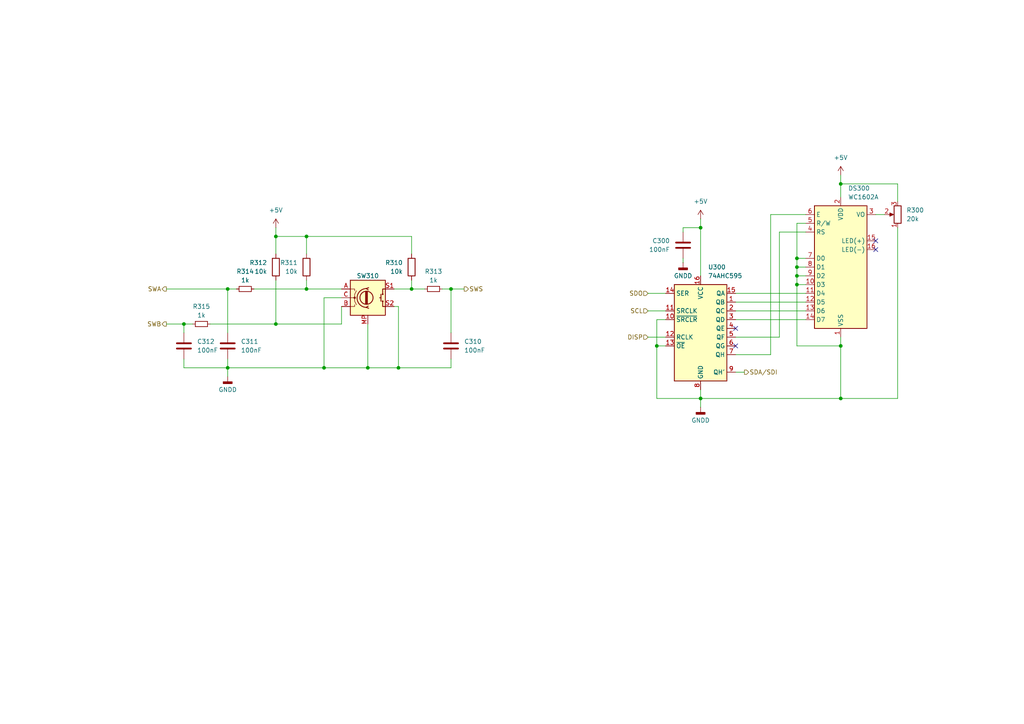
<source format=kicad_sch>
(kicad_sch (version 20250114) (generator "eeschema") (generator_version "9.0")
  (paper "A4")
  (title_block (title "Motor Control") (rev "1.0") (company "AARHUS TECH"))
  (lib_symbols
    (symbol "74xx:74AHC595"
      (property "Reference" "U" (at -7.62 13.97 0))
      (property "Value" "74AHC595" (at -7.62 -16.51 0))
      (symbol "74AHC595_1_0"
        (pin input line (at -10.16 10.16 0) (length 2.54) (name "SER") (number "14"))
        (pin input line (at -10.16 5.08 0) (length 2.54) (name "SRCLK") (number "11"))
        (pin input line (at -10.16 2.54 0) (length 2.54) (name "~{SRCLR}") (number "10"))
        (pin input line (at -10.16 -2.54 0) (length 2.54) (name "RCLK") (number "12"))
        (pin input line (at -10.16 -5.08 0) (length 2.54) (name "~{OE}") (number "13"))
        (pin power_in line (at 0 15.24 270) (length 2.54) (name "VCC") (number "16"))
        (pin power_in line (at 0 -17.78 90) (length 2.54) (name "GND") (number "8"))
        (pin tri_state line (at 10.16 10.16 180) (length 2.54) (name "QA") (number "15"))
        (pin tri_state line (at 10.16 7.62 180) (length 2.54) (name "QB") (number "1"))
        (pin tri_state line (at 10.16 5.08 180) (length 2.54) (name "QC") (number "2"))
        (pin tri_state line (at 10.16 2.54 180) (length 2.54) (name "QD") (number "3"))
        (pin tri_state line (at 10.16 0 180) (length 2.54) (name "QE") (number "4"))
        (pin tri_state line (at 10.16 -2.54 180) (length 2.54) (name "QF") (number "5"))
        (pin tri_state line (at 10.16 -5.08 180) (length 2.54) (name "QG") (number "6"))
        (pin tri_state line (at 10.16 -7.62 180) (length 2.54) (name "QH") (number "7"))
        (pin output line (at 10.16 -12.7 180) (length 2.54) (name "QH'") (number "9"))
      )
      (symbol "74AHC595_1_1"
        (rectangle (start -7.62 12.7) (end 7.62 -15.24) (stroke (width 0.254)) (fill (type background)))
      )
    )
    (symbol "Device:C" (pin_numbers (hide yes)) (pin_names (offset 0.254))
      (property "Reference" "C" (at 0.635 2.54 0))
      (property "Value" "C" (at 0.635 -2.54 0))
      (symbol "C_0_1"
        (polyline (pts (xy -2.032 0.762) (xy 2.032 0.762)) (stroke (width 0.508)))
        (polyline (pts (xy -2.032 -0.762) (xy 2.032 -0.762)) (stroke (width 0.508)))
      )
      (symbol "C_1_1"
        (pin passive line (at 0 3.81 270) (length 2.794) (name "~") (number "1"))
        (pin passive line (at 0 -3.81 90) (length 2.794) (name "~") (number "2"))
      )
    )
    (symbol "Device:R" (pin_numbers (hide yes)) (pin_names (offset 0))
      (property "Reference" "R" (at 2.032 0 90))
      (property "Value" "R" (at 0 0 90))
      (symbol "R_0_1"
        (rectangle (start -1.016 -2.54) (end 1.016 2.54) (stroke (width 0.254)))
      )
      (symbol "R_1_1"
        (pin passive line (at 0 3.81 270) (length 1.27) (name "~") (number "1"))
        (pin passive line (at 0 -3.81 90) (length 1.27) (name "~") (number "2"))
      )
    )
    (symbol "Device:R_Potentiometer" (pin_names (offset 1.016) (hide yes))
      (property "Reference" "RV" (at -4.445 0 90))
      (property "Value" "R_Potentiometer" (at -2.54 0 90))
      (symbol "R_Potentiometer_0_1"
        (rectangle (start 1.016 2.54) (end -1.016 -2.54) (stroke (width 0.254)))
        (polyline (pts (xy 1.143 0) (xy 2.286 0.508) (xy 2.286 -0.508) (xy 1.143 0)) (fill (type outline)))
        (polyline (pts (xy 2.54 0) (xy 1.524 0)))
      )
      (symbol "R_Potentiometer_1_1"
        (pin passive line (at 0 3.81 270) (length 1.27) (name "1") (number "1"))
        (pin passive line (at 0 -3.81 90) (length 1.27) (name "3") (number "3"))
        (pin passive line (at 3.81 0 180) (length 1.27) (name "2") (number "2"))
      )
    )
    (symbol "Device:R_Small" (pin_numbers (hide yes)) (pin_names (offset 0.254) (hide yes))
      (property "Reference" "R" (at 0.762 0.508 0))
      (property "Value" "R_Small" (at 0.762 -1.016 0))
      (symbol "R_Small_0_1"
        (rectangle (start -0.762 1.778) (end 0.762 -1.778) (stroke (width 0.2032)))
      )
      (symbol "R_Small_1_1"
        (pin passive line (at 0 2.54 270) (length 0.762) (name "~") (number "1"))
        (pin passive line (at 0 -2.54 90) (length 0.762) (name "~") (number "2"))
      )
    )
    (symbol "Device:RotaryEncoder_Switch_MP" (pin_names (offset 0.254) (hide yes))
      (property "Reference" "SW" (at 0 8.89 0))
      (property "Value" "RotaryEncoder_Switch_MP" (at 0 6.35 0))
      (symbol "RotaryEncoder_Switch_MP_0_1"
        (rectangle (start -5.08 5.08) (end 5.08 -5.08) (stroke (width 0.254)) (fill (type background)))
        (polyline (pts (xy -5.08 2.54) (xy -3.81 2.54) (xy -3.81 2.032)))
        (polyline (pts (xy -5.08 0) (xy -3.81 0) (xy -3.81 -1.016) (xy -3.302 -2.032)))
        (polyline (pts (xy -5.08 -2.54) (xy -3.81 -2.54) (xy -3.81 -2.032)))
        (polyline (pts (xy -4.318 0) (xy -3.81 0) (xy -3.81 1.016) (xy -3.302 2.032)))
        (circle (center -3.81 0) (radius 0.254) (fill (type outline)))
        (polyline (pts (xy -0.635 -1.778) (xy -0.635 1.778)) (stroke (width 0.254)))
        (circle (center -0.381 0) (radius 1.905) (stroke (width 0.254)))
        (polyline (pts (xy -0.381 -1.778) (xy -0.381 1.778)) (stroke (width 0.254)))
        (arc (start -0.381 -2.794) (mid -3.0988 -0.0635) (end -0.381 2.667) (stroke (width 0.254)))
        (polyline (pts (xy -0.127 1.778) (xy -0.127 -1.778)) (stroke (width 0.254)))
        (polyline (pts (xy 0.254 2.921) (xy -0.508 2.667) (xy 0.127 2.286)) (stroke (width 0.254)))
        (polyline (pts (xy 0.254 -3.048) (xy -0.508 -2.794) (xy 0.127 -2.413)) (stroke (width 0.254)))
        (polyline (pts (xy 3.81 1.016) (xy 3.81 -1.016)) (stroke (width 0.254)))
        (polyline (pts (xy 3.81 0) (xy 3.429 0)) (stroke (width 0.254)))
        (circle (center 4.318 1.016) (radius 0.127) (stroke (width 0.254)))
        (circle (center 4.318 -1.016) (radius 0.127) (stroke (width 0.254)))
        (polyline (pts (xy 5.08 2.54) (xy 4.318 2.54) (xy 4.318 1.016)) (stroke (width 0.254)))
        (polyline (pts (xy 5.08 -2.54) (xy 4.318 -2.54) (xy 4.318 -1.016)) (stroke (width 0.254)))
      )
      (symbol "RotaryEncoder_Switch_MP_1_1"
        (pin passive line (at -7.62 2.54 0) (length 2.54) (name "A") (number "A"))
        (pin passive line (at -7.62 0 0) (length 2.54) (name "C") (number "C"))
        (pin passive line (at -7.62 -2.54 0) (length 2.54) (name "B") (number "B"))
        (pin passive line (at 0 -7.62 90) (length 2.54) (name "MP") (number "MP"))
        (pin passive line (at 7.62 2.54 180) (length 2.54) (name "S1") (number "S1"))
        (pin passive line (at 7.62 -2.54 180) (length 2.54) (name "S2") (number "S2"))
      )
    )
    (symbol "Display_Character:WC1602A"
      (property "Reference" "DS" (at -5.842 19.05 0))
      (property "Value" "WC1602A" (at 5.334 19.05 0))
      (symbol "WC1602A_1_1"
        (rectangle (start -7.62 17.78) (end 7.62 -17.78) (stroke (width 0.254)) (fill (type background)))
        (pin input line (at -10.16 15.24 0) (length 2.54) (name "E") (number "6"))
        (pin input line (at -10.16 12.7 0) (length 2.54) (name "R/W") (number "5"))
        (pin input line (at -10.16 10.16 0) (length 2.54) (name "RS") (number "4"))
        (pin input line (at -10.16 2.54 0) (length 2.54) (name "D0") (number "7"))
        (pin input line (at -10.16 0 0) (length 2.54) (name "D1") (number "8"))
        (pin input line (at -10.16 -2.54 0) (length 2.54) (name "D2") (number "9"))
        (pin input line (at -10.16 -5.08 0) (length 2.54) (name "D3") (number "10"))
        (pin input line (at -10.16 -7.62 0) (length 2.54) (name "D4") (number "11"))
        (pin input line (at -10.16 -10.16 0) (length 2.54) (name "D5") (number "12"))
        (pin input line (at -10.16 -12.7 0) (length 2.54) (name "D6") (number "13"))
        (pin input line (at -10.16 -15.24 0) (length 2.54) (name "D7") (number "14"))
        (pin power_in line (at 0 20.32 270) (length 2.54) (name "VDD") (number "2"))
        (pin power_in line (at 0 -20.32 90) (length 2.54) (name "VSS") (number "1"))
        (pin input line (at 10.16 15.24 180) (length 2.54) (name "VO") (number "3"))
        (pin power_in line (at 10.16 7.62 180) (length 2.54) (name "LED(+)") (number "15"))
        (pin power_in line (at 10.16 5.08 180) (length 2.54) (name "LED(-)") (number "16"))
      )
    )
    (symbol "power:+5VD" (power) (pin_numbers (hide yes)) (pin_names (offset 0) (hide yes))
      (property "Value" "+5VD" (at 0 3.556 0))
      (symbol "+5VD_0_1"
        (polyline (pts (xy -0.762 1.27) (xy 0 2.54)))
        (polyline (pts (xy 0 2.54) (xy 0.762 1.27)))
        (polyline (pts (xy 0 0) (xy 0 2.54)))
      )
      (symbol "+5VD_1_1"
        (pin power_in line (at 0 0 90) (length 0) (name "~") (number "1"))
      )
    )
    (symbol "power:GNDD" (power) (pin_numbers (hide yes)) (pin_names (offset 0) (hide yes))
      (property "Value" "GNDD" (at 0 -3.175 0))
      (symbol "GNDD_0_1"
        (rectangle (start -1.27 -1.524) (end 1.27 -2.032) (stroke (width 0.254)) (fill (type outline)))
        (polyline (pts (xy 0 0) (xy 0 -1.524)))
      )
      (symbol "GNDD_1_1"
        (pin power_in line (at 0 0 270) (length 0) (name "~") (number "1"))
      )
    )
  )
  (junction (at 130.81 83.82))
  (junction (at 243.84 100.33))
  (junction (at 80.01 68.58))
  (junction (at 93.98 106.68))
  (junction (at 190.5 100.33))
  (junction (at 66.04 106.68))
  (junction (at 203.2 115.57))
  (junction (at 119.38 83.82))
  (junction (at 53.34 93.98))
  (junction (at 231.14 74.93))
  (junction (at 88.9 68.58))
  (junction (at 80.01 93.98))
  (junction (at 203.2 66.04))
  (junction (at 243.84 53.34))
  (junction (at 231.14 82.55))
  (junction (at 115.57 106.68))
  (junction (at 106.68 106.68))
  (junction (at 88.9 83.82))
  (junction (at 66.04 83.82))
  (junction (at 231.14 77.47))
  (junction (at 231.14 80.01))
  (junction (at 243.84 115.57))
  (no_connect (at 213.36 95.25))
  (no_connect (at 254 69.85))
  (no_connect (at 213.36 100.33))
  (no_connect (at 254 72.39))
  (wire (pts (xy 260.35 66.04) (xy 260.35 115.57)))
  (wire (pts (xy 203.2 115.57) (xy 243.84 115.57)))
  (wire (pts (xy 203.2 115.57) (xy 190.5 115.57)))
  (wire (pts (xy 66.04 96.52) (xy 66.04 83.82)))
  (wire (pts (xy 223.52 102.87) (xy 223.52 62.23)))
  (wire (pts (xy 187.96 85.09) (xy 193.04 85.09)))
  (wire (pts (xy 213.36 92.71) (xy 233.68 92.71)))
  (wire (pts (xy 80.01 66.04) (xy 80.01 68.58)))
  (wire (pts (xy 93.98 86.36) (xy 93.98 106.68)))
  (wire (pts (xy 231.14 74.93) (xy 231.14 77.47)))
  (wire (pts (xy 53.34 106.68) (xy 66.04 106.68)))
  (wire (pts (xy 99.06 88.9) (xy 99.06 93.98)))
  (wire (pts (xy 93.98 86.36) (xy 99.06 86.36)))
  (wire (pts (xy 119.38 73.66) (xy 119.38 68.58)))
  (wire (pts (xy 213.36 102.87) (xy 223.52 102.87)))
  (wire (pts (xy 231.14 74.93) (xy 233.68 74.93)))
  (wire (pts (xy 243.84 115.57) (xy 243.84 100.33)))
  (wire (pts (xy 213.36 85.09) (xy 233.68 85.09)))
  (wire (pts (xy 114.3 83.82) (xy 119.38 83.82)))
  (wire (pts (xy 115.57 88.9) (xy 115.57 106.68)))
  (wire (pts (xy 115.57 106.68) (xy 106.68 106.68)))
  (wire (pts (xy 233.68 64.77) (xy 231.14 64.77)))
  (wire (pts (xy 260.35 115.57) (xy 243.84 115.57)))
  (wire (pts (xy 243.84 50.8) (xy 243.84 53.34)))
  (wire (pts (xy 130.81 104.14) (xy 130.81 106.68)))
  (wire (pts (xy 55.88 93.98) (xy 53.34 93.98)))
  (wire (pts (xy 60.96 93.98) (xy 80.01 93.98)))
  (wire (pts (xy 130.81 106.68) (xy 115.57 106.68)))
  (wire (pts (xy 48.26 93.98) (xy 53.34 93.98)))
  (wire (pts (xy 106.68 93.98) (xy 106.68 106.68)))
  (wire (pts (xy 128.27 83.82) (xy 130.81 83.82)))
  (wire (pts (xy 193.04 92.71) (xy 190.5 92.71)))
  (wire (pts (xy 231.14 82.55) (xy 233.68 82.55)))
  (wire (pts (xy 231.14 77.47) (xy 233.68 77.47)))
  (wire (pts (xy 260.35 53.34) (xy 243.84 53.34)))
  (wire (pts (xy 190.5 115.57) (xy 190.5 100.33)))
  (wire (pts (xy 226.06 67.31) (xy 233.68 67.31)))
  (wire (pts (xy 187.96 97.79) (xy 193.04 97.79)))
  (wire (pts (xy 254 62.23) (xy 256.54 62.23)))
  (wire (pts (xy 203.2 63.5) (xy 203.2 66.04)))
  (wire (pts (xy 213.36 90.17) (xy 233.68 90.17)))
  (wire (pts (xy 243.84 100.33) (xy 243.84 97.79)))
  (wire (pts (xy 80.01 68.58) (xy 80.01 73.66)))
  (wire (pts (xy 73.66 83.82) (xy 88.9 83.82)))
  (wire (pts (xy 231.14 80.01) (xy 231.14 82.55)))
  (wire (pts (xy 260.35 58.42) (xy 260.35 53.34)))
  (wire (pts (xy 190.5 100.33) (xy 193.04 100.33)))
  (wire (pts (xy 213.36 107.95) (xy 215.9 107.95)))
  (wire (pts (xy 213.36 97.79) (xy 226.06 97.79)))
  (wire (pts (xy 114.3 88.9) (xy 115.57 88.9)))
  (wire (pts (xy 203.2 113.03) (xy 203.2 115.57)))
  (wire (pts (xy 119.38 68.58) (xy 88.9 68.58)))
  (wire (pts (xy 213.36 87.63) (xy 233.68 87.63)))
  (wire (pts (xy 66.04 83.82) (xy 68.58 83.82)))
  (wire (pts (xy 88.9 73.66) (xy 88.9 68.58)))
  (wire (pts (xy 231.14 100.33) (xy 243.84 100.33)))
  (wire (pts (xy 119.38 83.82) (xy 119.38 81.28)))
  (wire (pts (xy 66.04 106.68) (xy 66.04 109.22)))
  (wire (pts (xy 187.96 90.17) (xy 193.04 90.17)))
  (wire (pts (xy 203.2 66.04) (xy 203.2 80.01)))
  (wire (pts (xy 198.12 67.31) (xy 198.12 66.04)))
  (wire (pts (xy 190.5 92.71) (xy 190.5 100.33)))
  (wire (pts (xy 203.2 115.57) (xy 203.2 118.11)))
  (wire (pts (xy 198.12 74.93) (xy 198.12 76.2)))
  (wire (pts (xy 130.81 83.82) (xy 134.62 83.82)))
  (wire (pts (xy 243.84 53.34) (xy 243.84 57.15)))
  (wire (pts (xy 88.9 68.58) (xy 80.01 68.58)))
  (wire (pts (xy 198.12 66.04) (xy 203.2 66.04)))
  (wire (pts (xy 88.9 81.28) (xy 88.9 83.82)))
  (wire (pts (xy 88.9 83.82) (xy 99.06 83.82)))
  (wire (pts (xy 53.34 104.14) (xy 53.34 106.68)))
  (wire (pts (xy 48.26 83.82) (xy 66.04 83.82)))
  (wire (pts (xy 231.14 80.01) (xy 233.68 80.01)))
  (wire (pts (xy 231.14 64.77) (xy 231.14 74.93)))
  (wire (pts (xy 223.52 62.23) (xy 233.68 62.23)))
  (wire (pts (xy 80.01 93.98) (xy 99.06 93.98)))
  (wire (pts (xy 53.34 93.98) (xy 53.34 96.52)))
  (wire (pts (xy 231.14 77.47) (xy 231.14 80.01)))
  (wire (pts (xy 93.98 106.68) (xy 66.04 106.68)))
  (wire (pts (xy 66.04 104.14) (xy 66.04 106.68)))
  (wire (pts (xy 119.38 83.82) (xy 123.19 83.82)))
  (wire (pts (xy 130.81 83.82) (xy 130.81 96.52)))
  (wire (pts (xy 80.01 81.28) (xy 80.01 93.98)))
  (wire (pts (xy 106.68 106.68) (xy 93.98 106.68)))
  (wire (pts (xy 226.06 97.79) (xy 226.06 67.31)))
  (wire (pts (xy 231.14 82.55) (xy 231.14 100.33)))
  (hierarchical_label "SDO" (shape input) (at 187.96 85.09 180))
  (hierarchical_label "DISP" (shape input) (at 187.96 97.79 180))
  (hierarchical_label "SCL" (shape input) (at 187.96 90.17 180))
  (hierarchical_label "SDA{slash}SDI" (shape output) (at 215.9 107.95 0))
  (hierarchical_label "SWB" (shape output) (at 48.26 93.98 180))
  (hierarchical_label "SWA" (shape output) (at 48.26 83.82 180))
  (hierarchical_label "SWS" (shape output) (at 134.62 83.82 0))
  (symbol (lib_id "Device:C") (at 66.04 100.33 0) (unit 1)
    (property "Reference" "C311" (at 69.85 99.0599 0) (effects (justify left)))
    (property "Value" "100nF" (at 69.85 101.5999 0) (effects (justify left)))
    (property "Footprint" "Capacitor_THT:C_Rect_L7.2mm_W2.5mm_P5.00mm_FKS2_FKP2_MKS2_MKP2" (effects (hide yes)))
    (property "Description" "Unpolarized capacitor" (effects (hide yes)))
    (property "Part number" "135-8304" (effects (hide yes)))
    (property "Supplier" "RS" (effects (hide yes)))
  )
  (symbol (lib_id "Display_Character:WC1602A") (at 243.84 77.47 0) (unit 1)
    (property "Reference" "DS300" (at 245.9833 54.61 0) (effects (justify left)))
    (property "Value" "WC1602A" (at 245.9833 57.15 0) (effects (justify left)))
    (property "Footprint" "User:Powertip_PC1602" (effects (hide yes)))
    (property "Datasheet" "http://www.wincomlcd.com/pdf/WC1602A-SFYLYHTC06.pdf" (effects (hide yes)))
    (property "Description" "LCD 16x2 Alphanumeric , 8 bit parallel bus, 5V VDD" (effects (hide yes)))
    (property "Part number" "1218634" (effects (hide yes)))
    (property "Supplier" "Farnell" (effects (hide yes)))
  )
  (symbol (lib_id "power:+5VD") (at 243.84 50.8 0) (unit 1)
    (property "Reference" "#PWR035" (effects (hide yes)))
    (property "Value" "+5V" (at 243.84 45.72 0))
    (property "Description" "Power symbol creates a global label with name \"+5VD\"" (effects (hide yes)))
  )
  (symbol (lib_id "Device:R") (at 119.38 77.47 0) (mirror x) (unit 1)
    (property "Reference" "R310" (at 116.84 76.1999 0) (effects (justify right)))
    (property "Value" "10k" (at 116.84 78.7399 0) (effects (justify right)))
    (property "Footprint" "Resistor_THT:R_Axial_DIN0207_L6.3mm_D2.5mm_P10.16mm_Horizontal" (effects (hide yes)))
    (property "Part number" "05.000.0510 " (effects (hide yes)))
    (property "Supplier" "Cypax" (effects (hide yes)))
  )
  (symbol (lib_id "power:GNDD") (at 203.2 118.11 0) (mirror y) (unit 1)
    (property "Reference" "#PWR031" (effects (hide yes)))
    (property "Value" "GNDD" (at 203.2 121.92 0))
    (property "Description" "Power symbol creates a global label with name \"GNDD\" , digital ground" (effects (hide yes)))
  )
  (symbol (lib_id "power:+5VD") (at 203.2 63.5 0) (unit 1)
    (property "Reference" "#PWR030" (effects (hide yes)))
    (property "Value" "+5V" (at 203.2 58.42 0))
    (property "Description" "Power symbol creates a global label with name \"+5VD\"" (effects (hide yes)))
  )
  (symbol (lib_id "74xx:74AHC595") (at 203.2 95.25 0) (unit 1)
    (property "Reference" "U300" (at 205.3433 77.47 0) (effects (justify left)))
    (property "Value" "74AHC595" (at 205.3433 80.01 0) (effects (justify left)))
    (property "Footprint" "Package_DIP:DIP-16_W7.62mm_Socket_LongPads" (effects (hide yes)))
    (property "Datasheet" "https://assets.nexperia.com/documents/data-sheet/74AHC_AHCT595.pdf" (effects (hide yes)))
    (property "Description" "8-bit serial in/out Shift Register 3-State Outputs" (effects (hide yes)))
    (property "Part number" "100-0763" (effects (hide yes)))
    (property "Supplier" "RS" (effects (hide yes)))
  )
  (symbol (lib_id "Device:R") (at 88.9 77.47 0) (mirror x) (unit 1)
    (property "Reference" "R311" (at 86.36 76.1999 0) (effects (justify right)))
    (property "Value" "10k" (at 86.36 78.7399 0) (effects (justify right)))
    (property "Footprint" "Resistor_THT:R_Axial_DIN0207_L6.3mm_D2.5mm_P10.16mm_Horizontal" (effects (hide yes)))
    (property "Part number" "05.000.0510 " (effects (hide yes)))
    (property "Supplier" "Cypax" (effects (hide yes)))
  )
  (symbol (lib_id "Device:RotaryEncoder_Switch_MP") (at 106.68 86.36 0) (unit 1)
    (property "Reference" "SW310" (at 106.68 80.01 0))
    (property "Value" "RotaryEncoder_Switch_MP" (effects (hide yes)))
    (property "Footprint" "User:RotaryEncoder_Bourns-Switch_Vertical_H20mm" (effects (hide yes)))
    (property "Description" "Rotary encoder, dual channel, incremental quadrate outputs, with switch and MP Pin" (effects (hide yes)))
    (property "Part number" "781-6830" (effects (hide yes)))
    (property "Supplier" "RS" (effects (hide yes)))
  )
  (symbol (lib_id "Device:C") (at 130.81 100.33 0) (unit 1)
    (property "Reference" "C310" (at 134.62 99.0599 0) (effects (justify left)))
    (property "Value" "100nF" (at 134.62 101.5999 0) (effects (justify left)))
    (property "Footprint" "Capacitor_THT:C_Rect_L7.2mm_W2.5mm_P5.00mm_FKS2_FKP2_MKS2_MKP2" (effects (hide yes)))
    (property "Description" "Unpolarized capacitor" (effects (hide yes)))
    (property "Part number" "135-8304" (effects (hide yes)))
    (property "Supplier" "RS" (effects (hide yes)))
  )
  (symbol (lib_id "Device:R") (at 80.01 77.47 0) (mirror x) (unit 1)
    (property "Reference" "R312" (at 77.47 76.1999 0) (effects (justify right)))
    (property "Value" "10k" (at 77.47 78.7399 0) (effects (justify right)))
    (property "Footprint" "Resistor_THT:R_Axial_DIN0207_L6.3mm_D2.5mm_P10.16mm_Horizontal" (effects (hide yes)))
    (property "Part number" "05.000.0510 " (effects (hide yes)))
    (property "Supplier" "Cypax" (effects (hide yes)))
  )
  (symbol (lib_id "Device:C") (at 198.12 71.12 0) (mirror y) (unit 1)
    (property "Reference" "C300" (at 194.31 69.8499 0) (effects (justify left)))
    (property "Value" "100nF" (at 194.31 72.3899 0) (effects (justify left)))
    (property "Footprint" "Capacitor_THT:C_Rect_L7.2mm_W2.5mm_P5.00mm_FKS2_FKP2_MKS2_MKP2" (effects (hide yes)))
    (property "Description" "Unpolarized capacitor" (effects (hide yes)))
    (property "Part number" "135-8304" (effects (hide yes)))
    (property "Supplier" "RS" (effects (hide yes)))
  )
  (symbol (lib_id "power:GNDD") (at 198.12 76.2 0) (mirror y) (unit 1)
    (property "Reference" "#PWR017" (effects (hide yes)))
    (property "Value" "GNDD" (at 198.12 80.01 0))
    (property "Description" "Power symbol creates a global label with name \"GNDD\" , digital ground" (effects (hide yes)))
  )
  (symbol (lib_id "Device:R_Potentiometer") (at 260.35 62.23 180) (unit 1)
    (property "Reference" "R300" (at 262.89 60.9599 0) (effects (justify right)))
    (property "Value" "20k" (at 262.89 63.4999 0) (effects (justify right)))
    (property "Footprint" "Potentiometer_THT:Potentiometer_Bourns_3339P_Vertical_HandSoldering" (effects (hide yes)))
    (property "Description" "Potentiometer" (effects (hide yes)))
    (property "Part number" "167-3259" (effects (hide yes)))
    (property "Supplier" "RS" (effects (hide yes)))
  )
  (symbol (lib_id "Device:C") (at 53.34 100.33 0) (unit 1)
    (property "Reference" "C312" (at 57.15 99.0599 0) (effects (justify left)))
    (property "Value" "100nF" (at 57.15 101.5999 0) (effects (justify left)))
    (property "Footprint" "Capacitor_THT:C_Rect_L7.2mm_W2.5mm_P5.00mm_FKS2_FKP2_MKS2_MKP2" (effects (hide yes)))
    (property "Description" "Unpolarized capacitor" (effects (hide yes)))
    (property "Part number" "135-8304" (effects (hide yes)))
    (property "Supplier" "RS" (effects (hide yes)))
  )
  (symbol (lib_id "Device:R_Small") (at 58.42 93.98 270) (unit 1)
    (property "Reference" "R315" (at 58.42 88.9 90))
    (property "Value" "1k" (at 58.42 91.44 90))
    (property "Footprint" "Resistor_THT:R_Axial_DIN0207_L6.3mm_D2.5mm_P10.16mm_Horizontal" (effects (hide yes)))
    (property "Description" "Resistor, small symbol" (effects (hide yes)))
    (property "Part number" "05.000.0410 " (effects (hide yes)))
    (property "Supplier" "Cypax" (effects (hide yes)))
  )
  (symbol (lib_id "Device:R_Small") (at 71.12 83.82 270) (unit 1)
    (property "Reference" "R314" (at 71.12 78.74 90))
    (property "Value" "1k" (at 71.12 81.28 90))
    (property "Footprint" "Resistor_THT:R_Axial_DIN0207_L6.3mm_D2.5mm_P10.16mm_Horizontal" (effects (hide yes)))
    (property "Description" "Resistor, small symbol" (effects (hide yes)))
    (property "Part number" "05.000.0410 " (effects (hide yes)))
    (property "Supplier" "Cypax" (effects (hide yes)))
  )
  (symbol (lib_id "Device:R_Small") (at 125.73 83.82 270) (unit 1)
    (property "Reference" "R313" (at 125.73 78.74 90))
    (property "Value" "1k" (at 125.73 81.28 90))
    (property "Footprint" "Resistor_THT:R_Axial_DIN0207_L6.3mm_D2.5mm_P10.16mm_Horizontal" (effects (hide yes)))
    (property "Description" "Resistor, small symbol" (effects (hide yes)))
    (property "Part number" "05.000.0410 " (effects (hide yes)))
    (property "Supplier" "Cypax" (effects (hide yes)))
  )
  (symbol (lib_id "power:+5VD") (at 80.01 66.04 0) (unit 1)
    (property "Reference" "#PWR021" (effects (hide yes)))
    (property "Value" "+5V" (at 80.01 60.96 0))
    (property "Description" "Power symbol creates a global label with name \"+5VD\"" (effects (hide yes)))
  )
  (symbol (lib_id "power:GNDD") (at 66.04 109.22 0) (mirror y) (unit 1)
    (property "Reference" "#PWR019" (effects (hide yes)))
    (property "Value" "GNDD" (at 66.04 113.03 0))
    (property "Description" "Power symbol creates a global label with name \"GNDD\" , digital ground" (effects (hide yes)))
  )
)
</source>
